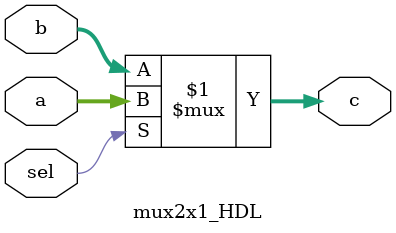
<source format=v>
`timescale 1ns / 1ps


module mux2x1_HDL(a,b,sel,c);
    input [7:0] a,b;
    input sel;
    output  [7:0] c; 
    assign c=sel?a:b;
endmodule

</source>
